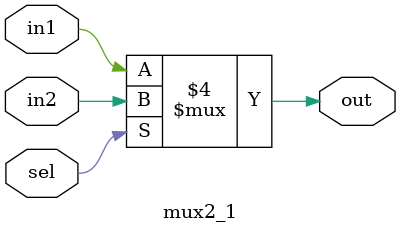
<source format=v>
module mux2_1
(
	input	wire	in1,
	input	wire	in2,
	input	wire	sel,

	output	reg	out
);

always@(*)
	if(sel == 1)
		out = in2;
	else 
		out = in1;

endmodule

/*
//方法2
module	mux2_1
(
	input	wire	in1,
	input	wire	in2,
	input	wire	sel,

	output	reg	out
);

always@(*)
	case(sel)
		1'b1 : out = in1;
		1'b0 : out = in2;
		default : out = in1;
	endcase

endmodule

//方法3
module	mux2_1
(
	input	wire	in1,
	input	wire	in2,
	input	wire	sel,

	output	wire	out
);

assign out = (sel == 1'b1) ? in1 : in2;

endmodule
*/

</source>
